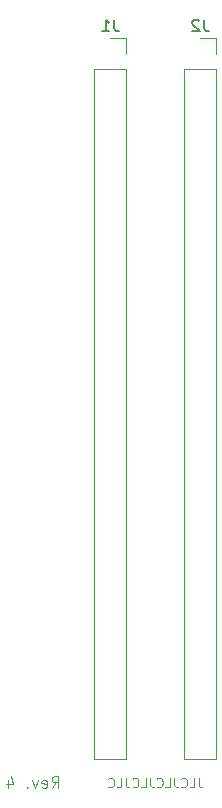
<source format=gbr>
G04 #@! TF.GenerationSoftware,KiCad,Pcbnew,7.0.11+dfsg-1build4*
G04 #@! TF.CreationDate,2024-10-25T09:23:11+09:00*
G04 #@! TF.ProjectId,bionic-ins8070,62696f6e-6963-42d6-996e-73383037302e,3*
G04 #@! TF.SameCoordinates,Original*
G04 #@! TF.FileFunction,Legend,Bot*
G04 #@! TF.FilePolarity,Positive*
%FSLAX46Y46*%
G04 Gerber Fmt 4.6, Leading zero omitted, Abs format (unit mm)*
G04 Created by KiCad (PCBNEW 7.0.11+dfsg-1build4) date 2024-10-25 09:23:11*
%MOMM*%
%LPD*%
G01*
G04 APERTURE LIST*
%ADD10C,0.100000*%
%ADD11C,0.125000*%
%ADD12C,0.150000*%
%ADD13C,0.120000*%
G04 APERTURE END LIST*
D10*
X118665238Y-136406895D02*
X118665238Y-136978323D01*
X118665238Y-136978323D02*
X118703333Y-137092609D01*
X118703333Y-137092609D02*
X118779524Y-137168800D01*
X118779524Y-137168800D02*
X118893809Y-137206895D01*
X118893809Y-137206895D02*
X118970000Y-137206895D01*
X117903333Y-137206895D02*
X118284285Y-137206895D01*
X118284285Y-137206895D02*
X118284285Y-136406895D01*
X117179523Y-137130704D02*
X117217619Y-137168800D01*
X117217619Y-137168800D02*
X117331904Y-137206895D01*
X117331904Y-137206895D02*
X117408095Y-137206895D01*
X117408095Y-137206895D02*
X117522381Y-137168800D01*
X117522381Y-137168800D02*
X117598571Y-137092609D01*
X117598571Y-137092609D02*
X117636666Y-137016419D01*
X117636666Y-137016419D02*
X117674762Y-136864038D01*
X117674762Y-136864038D02*
X117674762Y-136749752D01*
X117674762Y-136749752D02*
X117636666Y-136597371D01*
X117636666Y-136597371D02*
X117598571Y-136521180D01*
X117598571Y-136521180D02*
X117522381Y-136444990D01*
X117522381Y-136444990D02*
X117408095Y-136406895D01*
X117408095Y-136406895D02*
X117331904Y-136406895D01*
X117331904Y-136406895D02*
X117217619Y-136444990D01*
X117217619Y-136444990D02*
X117179523Y-136483085D01*
X116608095Y-136406895D02*
X116608095Y-136978323D01*
X116608095Y-136978323D02*
X116646190Y-137092609D01*
X116646190Y-137092609D02*
X116722381Y-137168800D01*
X116722381Y-137168800D02*
X116836666Y-137206895D01*
X116836666Y-137206895D02*
X116912857Y-137206895D01*
X115846190Y-137206895D02*
X116227142Y-137206895D01*
X116227142Y-137206895D02*
X116227142Y-136406895D01*
X115122380Y-137130704D02*
X115160476Y-137168800D01*
X115160476Y-137168800D02*
X115274761Y-137206895D01*
X115274761Y-137206895D02*
X115350952Y-137206895D01*
X115350952Y-137206895D02*
X115465238Y-137168800D01*
X115465238Y-137168800D02*
X115541428Y-137092609D01*
X115541428Y-137092609D02*
X115579523Y-137016419D01*
X115579523Y-137016419D02*
X115617619Y-136864038D01*
X115617619Y-136864038D02*
X115617619Y-136749752D01*
X115617619Y-136749752D02*
X115579523Y-136597371D01*
X115579523Y-136597371D02*
X115541428Y-136521180D01*
X115541428Y-136521180D02*
X115465238Y-136444990D01*
X115465238Y-136444990D02*
X115350952Y-136406895D01*
X115350952Y-136406895D02*
X115274761Y-136406895D01*
X115274761Y-136406895D02*
X115160476Y-136444990D01*
X115160476Y-136444990D02*
X115122380Y-136483085D01*
X114550952Y-136406895D02*
X114550952Y-136978323D01*
X114550952Y-136978323D02*
X114589047Y-137092609D01*
X114589047Y-137092609D02*
X114665238Y-137168800D01*
X114665238Y-137168800D02*
X114779523Y-137206895D01*
X114779523Y-137206895D02*
X114855714Y-137206895D01*
X113789047Y-137206895D02*
X114169999Y-137206895D01*
X114169999Y-137206895D02*
X114169999Y-136406895D01*
X113065237Y-137130704D02*
X113103333Y-137168800D01*
X113103333Y-137168800D02*
X113217618Y-137206895D01*
X113217618Y-137206895D02*
X113293809Y-137206895D01*
X113293809Y-137206895D02*
X113408095Y-137168800D01*
X113408095Y-137168800D02*
X113484285Y-137092609D01*
X113484285Y-137092609D02*
X113522380Y-137016419D01*
X113522380Y-137016419D02*
X113560476Y-136864038D01*
X113560476Y-136864038D02*
X113560476Y-136749752D01*
X113560476Y-136749752D02*
X113522380Y-136597371D01*
X113522380Y-136597371D02*
X113484285Y-136521180D01*
X113484285Y-136521180D02*
X113408095Y-136444990D01*
X113408095Y-136444990D02*
X113293809Y-136406895D01*
X113293809Y-136406895D02*
X113217618Y-136406895D01*
X113217618Y-136406895D02*
X113103333Y-136444990D01*
X113103333Y-136444990D02*
X113065237Y-136483085D01*
X112493809Y-136406895D02*
X112493809Y-136978323D01*
X112493809Y-136978323D02*
X112531904Y-137092609D01*
X112531904Y-137092609D02*
X112608095Y-137168800D01*
X112608095Y-137168800D02*
X112722380Y-137206895D01*
X112722380Y-137206895D02*
X112798571Y-137206895D01*
X111731904Y-137206895D02*
X112112856Y-137206895D01*
X112112856Y-137206895D02*
X112112856Y-136406895D01*
X111008094Y-137130704D02*
X111046190Y-137168800D01*
X111046190Y-137168800D02*
X111160475Y-137206895D01*
X111160475Y-137206895D02*
X111236666Y-137206895D01*
X111236666Y-137206895D02*
X111350952Y-137168800D01*
X111350952Y-137168800D02*
X111427142Y-137092609D01*
X111427142Y-137092609D02*
X111465237Y-137016419D01*
X111465237Y-137016419D02*
X111503333Y-136864038D01*
X111503333Y-136864038D02*
X111503333Y-136749752D01*
X111503333Y-136749752D02*
X111465237Y-136597371D01*
X111465237Y-136597371D02*
X111427142Y-136521180D01*
X111427142Y-136521180D02*
X111350952Y-136444990D01*
X111350952Y-136444990D02*
X111236666Y-136406895D01*
X111236666Y-136406895D02*
X111160475Y-136406895D01*
X111160475Y-136406895D02*
X111046190Y-136444990D01*
X111046190Y-136444990D02*
X111008094Y-136483085D01*
D11*
X106204240Y-137258119D02*
X106537573Y-136781928D01*
X106775668Y-137258119D02*
X106775668Y-136258119D01*
X106775668Y-136258119D02*
X106394716Y-136258119D01*
X106394716Y-136258119D02*
X106299478Y-136305738D01*
X106299478Y-136305738D02*
X106251859Y-136353357D01*
X106251859Y-136353357D02*
X106204240Y-136448595D01*
X106204240Y-136448595D02*
X106204240Y-136591452D01*
X106204240Y-136591452D02*
X106251859Y-136686690D01*
X106251859Y-136686690D02*
X106299478Y-136734309D01*
X106299478Y-136734309D02*
X106394716Y-136781928D01*
X106394716Y-136781928D02*
X106775668Y-136781928D01*
X105394716Y-137210500D02*
X105489954Y-137258119D01*
X105489954Y-137258119D02*
X105680430Y-137258119D01*
X105680430Y-137258119D02*
X105775668Y-137210500D01*
X105775668Y-137210500D02*
X105823287Y-137115261D01*
X105823287Y-137115261D02*
X105823287Y-136734309D01*
X105823287Y-136734309D02*
X105775668Y-136639071D01*
X105775668Y-136639071D02*
X105680430Y-136591452D01*
X105680430Y-136591452D02*
X105489954Y-136591452D01*
X105489954Y-136591452D02*
X105394716Y-136639071D01*
X105394716Y-136639071D02*
X105347097Y-136734309D01*
X105347097Y-136734309D02*
X105347097Y-136829547D01*
X105347097Y-136829547D02*
X105823287Y-136924785D01*
X105013763Y-136591452D02*
X104775668Y-137258119D01*
X104775668Y-137258119D02*
X104537573Y-136591452D01*
X104156620Y-137162880D02*
X104109001Y-137210500D01*
X104109001Y-137210500D02*
X104156620Y-137258119D01*
X104156620Y-137258119D02*
X104204239Y-137210500D01*
X104204239Y-137210500D02*
X104156620Y-137162880D01*
X104156620Y-137162880D02*
X104156620Y-137258119D01*
X102489954Y-136591452D02*
X102489954Y-137258119D01*
X102728049Y-136210500D02*
X102966144Y-136924785D01*
X102966144Y-136924785D02*
X102347097Y-136924785D01*
D12*
X111493333Y-72204819D02*
X111493333Y-72919104D01*
X111493333Y-72919104D02*
X111540952Y-73061961D01*
X111540952Y-73061961D02*
X111636190Y-73157200D01*
X111636190Y-73157200D02*
X111779047Y-73204819D01*
X111779047Y-73204819D02*
X111874285Y-73204819D01*
X110493333Y-73204819D02*
X111064761Y-73204819D01*
X110779047Y-73204819D02*
X110779047Y-72204819D01*
X110779047Y-72204819D02*
X110874285Y-72347676D01*
X110874285Y-72347676D02*
X110969523Y-72442914D01*
X110969523Y-72442914D02*
X111064761Y-72490533D01*
X119113333Y-72204819D02*
X119113333Y-72919104D01*
X119113333Y-72919104D02*
X119160952Y-73061961D01*
X119160952Y-73061961D02*
X119256190Y-73157200D01*
X119256190Y-73157200D02*
X119399047Y-73204819D01*
X119399047Y-73204819D02*
X119494285Y-73204819D01*
X118684761Y-72300057D02*
X118637142Y-72252438D01*
X118637142Y-72252438D02*
X118541904Y-72204819D01*
X118541904Y-72204819D02*
X118303809Y-72204819D01*
X118303809Y-72204819D02*
X118208571Y-72252438D01*
X118208571Y-72252438D02*
X118160952Y-72300057D01*
X118160952Y-72300057D02*
X118113333Y-72395295D01*
X118113333Y-72395295D02*
X118113333Y-72490533D01*
X118113333Y-72490533D02*
X118160952Y-72633390D01*
X118160952Y-72633390D02*
X118732380Y-73204819D01*
X118732380Y-73204819D02*
X118113333Y-73204819D01*
D13*
X112490000Y-134830000D02*
X109830000Y-134830000D01*
X112490000Y-76350000D02*
X112490000Y-134830000D01*
X112490000Y-76350000D02*
X109830000Y-76350000D01*
X112490000Y-75080000D02*
X112490000Y-73750000D01*
X112490000Y-73750000D02*
X111160000Y-73750000D01*
X109830000Y-76350000D02*
X109830000Y-134830000D01*
X120110000Y-134830000D02*
X117450000Y-134830000D01*
X120110000Y-76350000D02*
X120110000Y-134830000D01*
X120110000Y-76350000D02*
X117450000Y-76350000D01*
X120110000Y-75080000D02*
X120110000Y-73750000D01*
X120110000Y-73750000D02*
X118780000Y-73750000D01*
X117450000Y-76350000D02*
X117450000Y-134830000D01*
M02*

</source>
